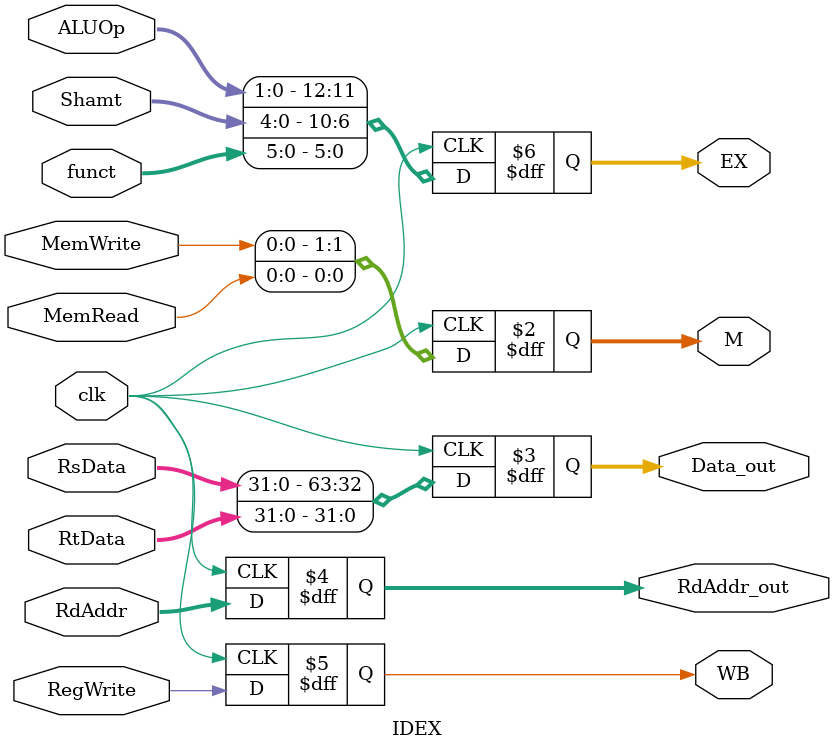
<source format=v>
module IDEX(clk, RsData, RtData, ALUOp, RdAddr, Shamt, funct, RegWrite, MemWrite, MemRead,
	Data_out, RdAddr_out, WB, M, EX);
	input clk;
	input [31:0] RsData, RtData;
	input [1:0] ALUOp;
	input [5:0] funct;
	input [4:0] RdAddr, Shamt;
	input RegWrite, MemWrite, MemRead;
	output reg [63:0] Data_out;
	output reg [4:0] RdAddr_out;
	output reg WB;
	output reg [1:0] M;
	output reg [12:0] EX;
	always@(posedge clk) begin
		Data_out = {RsData, RtData};
		RdAddr_out = RdAddr;
		WB = RegWrite;
		M = {MemWrite, MemRead};
		EX = {ALUOp, Shamt, funct};
	end
endmodule

</source>
